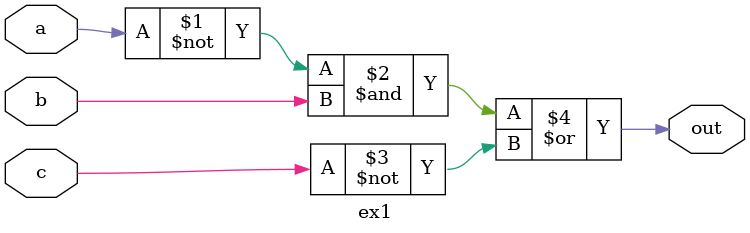
<source format=v>
module ex1(
	output out,
	input a, b, c
);
	
assign out = (~a&b) | (~c);

endmodule

</source>
